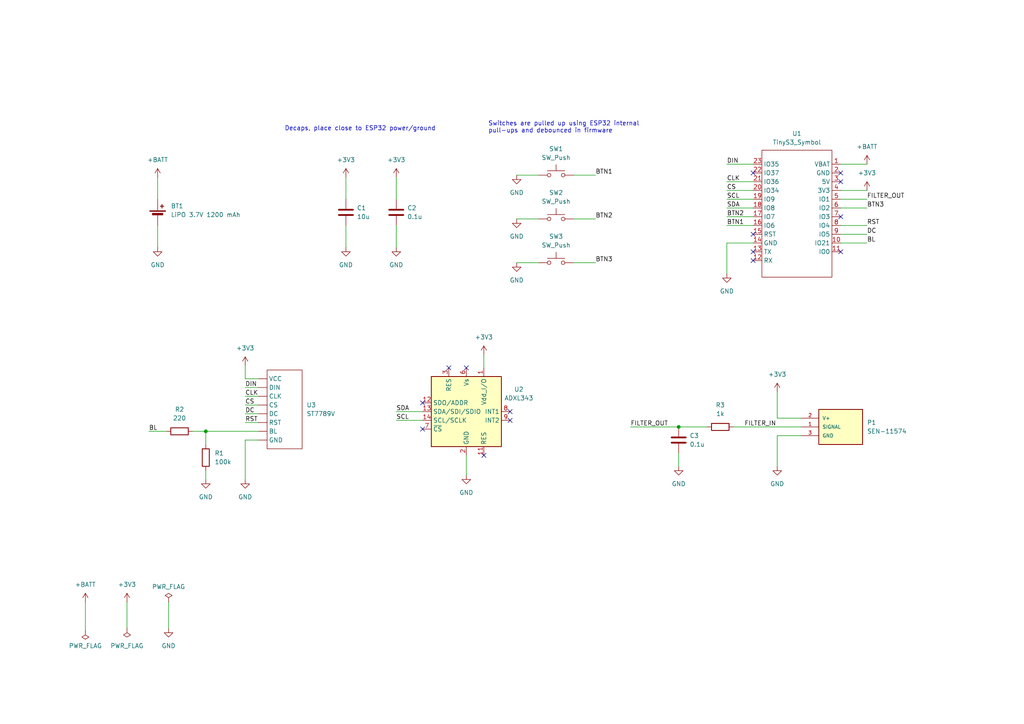
<source format=kicad_sch>
(kicad_sch (version 20230121) (generator eeschema)
  (paper "A4")
  (title_block (title "Commubu") (rev "1") (company "Nicholas Mascioni"))
  (lib_symbols
    (symbol "Device:Battery_Cell" (pin_numbers hide) (pin_names (offset 0) hide)
      (property "Reference" "BT" (at 2.54 2.54 0))
      (property "Value" "Battery_Cell" (at 2.54 0 0))
      (symbol "Battery_Cell_0_1"
        (rectangle (start -2.286 1.778) (end 2.286 1.524) (fill (type outline)))
        (rectangle (start -1.524 1.016) (end 1.524 0.508) (fill (type outline)))
        (polyline (pts (xy 0 0.762) (xy 0 0)))
        (polyline (pts (xy 0 1.778) (xy 0 2.54)))
        (polyline (pts (xy 0.762 3.048) (xy 1.778 3.048)) (stroke (width 0.254)))
        (polyline (pts (xy 1.27 3.556) (xy 1.27 2.54)) (stroke (width 0.254)))
      )
      (symbol "Battery_Cell_1_1"
        (pin passive line (at 0 5.08 270) (length 2.54) (name "+") (number "1"))
        (pin passive line (at 0 -2.54 90) (length 2.54) (name "-") (number "2"))
      )
    )
    (symbol "Device:C" (pin_numbers hide) (pin_names (offset 0.254))
      (property "Reference" "C" (at 0.635 2.54 0))
      (property "Value" "C" (at 0.635 -2.54 0))
      (symbol "C_0_1"
        (polyline (pts (xy -2.032 -0.762) (xy 2.032 -0.762)) (stroke (width 0.508)))
        (polyline (pts (xy -2.032 0.762) (xy 2.032 0.762)) (stroke (width 0.508)))
      )
      (symbol "C_1_1"
        (pin passive line (at 0 3.81 270) (length 2.794) (name "~") (number "1"))
        (pin passive line (at 0 -3.81 90) (length 2.794) (name "~") (number "2"))
      )
    )
    (symbol "Device:R" (pin_numbers hide) (pin_names (offset 0))
      (property "Reference" "R" (at 2.032 0 90))
      (property "Value" "R" (at 0 0 90))
      (symbol "R_0_1"
        (rectangle (start -1.016 -2.54) (end 1.016 2.54) (stroke (width 0.254)))
      )
      (symbol "R_1_1"
        (pin passive line (at 0 3.81 270) (length 1.27) (name "~") (number "1"))
        (pin passive line (at 0 -3.81 90) (length 1.27) (name "~") (number "2"))
      )
    )
    (symbol "SEN-11574:SEN-11574" (pin_names (offset 1.016))
      (property "Reference" "P1" (at 13.97 1.27 0))
      (property "Value" "SEN-11574" (at 13.97 -1.27 0))
      (symbol "SEN-11574_0_0"
        (rectangle (start 0 -5.08) (end 12.7 5.08) (stroke (width 0.254)) (fill (type background)))
        (pin bidirectional line (at -5.08 0 0) (length 5.08) (name "SIGNAL") (number "1"))
        (pin power_in line (at -5.08 2.54 0) (length 5.08) (name "V+") (number "2"))
        (pin power_in line (at -5.08 -2.54 0) (length 5.08) (name "GND") (number "3"))
      )
    )
    (symbol "Sensor_Motion:ADXL343"
      (property "Reference" "U" (at -8.89 11.43 0))
      (property "Value" "ADXL343" (at -7.62 -11.43 0))
      (symbol "ADXL343_0_1"
        (rectangle (start -10.16 10.16) (end 10.16 -10.16) (stroke (width 0.254)) (fill (type background)))
      )
      (symbol "ADXL343_1_1"
        (pin power_in line (at 5.08 12.7 270) (length 2.54) (name "Vdd_I/O") (number "1"))
        (pin no_connect line (at -5.08 -10.16 90) (length 2.54) hide (name "NC") (number "10"))
        (pin passive line (at 5.08 -12.7 90) (length 2.54) (name "RES") (number "11"))
        (pin bidirectional line (at -12.7 2.54 0) (length 2.54) (name "SDO/ADDR") (number "12"))
        (pin bidirectional line (at -12.7 0 0) (length 2.54) (name "SDA/SDI/SDIO") (number "13"))
        (pin input line (at -12.7 -2.54 0) (length 2.54) (name "SCL/SCLK") (number "14"))
        (pin power_in line (at 0 -12.7 90) (length 2.54) (name "GND") (number "2"))
        (pin passive line (at -5.08 12.7 270) (length 2.54) (name "RES") (number "3"))
        (pin passive line (at 0 -12.7 90) (length 2.54) hide (name "GND") (number "4"))
        (pin passive line (at 0 -12.7 90) (length 2.54) hide (name "GND") (number "5"))
        (pin power_in line (at 0 12.7 270) (length 2.54) (name "Vs") (number "6"))
        (pin input line (at -12.7 -5.08 0) (length 2.54) (name "~{CS}") (number "7"))
        (pin output line (at 12.7 0 180) (length 2.54) (name "INT1") (number "8"))
        (pin output line (at 12.7 -2.54 180) (length 2.54) (name "INT2") (number "9"))
      )
    )
    (symbol "Switch:SW_Push" (pin_numbers hide) (pin_names (offset 1.016) hide)
      (property "Reference" "SW" (at 1.27 2.54 0))
      (property "Value" "SW_Push" (at 0 -1.524 0))
      (symbol "SW_Push_0_1"
        (circle (center -2.032 0) (radius 0.508))
        (polyline (pts (xy 0 1.27) (xy 0 3.048)))
        (polyline (pts (xy 2.54 1.27) (xy -2.54 1.27)))
        (circle (center 2.032 0) (radius 0.508))
        (pin passive line (at -5.08 0 0) (length 2.54) (name "1") (number "1"))
        (pin passive line (at 5.08 0 180) (length 2.54) (name "2") (number "2"))
      )
    )
    (symbol "TinyS3:TinyS3_Symbol"
      (property "Reference" "U" (at -0.508 -20.32 0))
      (property "Value" "TinyS3_Symbol" (at -0.508 21.844 0))
      (symbol "TinyS3_Symbol_0_1"
        (rectangle (start -10.16 19.304) (end 10.16 -17.526) (stroke (width 0.1524)))
      )
      (symbol "TinyS3_Symbol_1_1"
        (pin power_in line (at 12.7 15.24 180) (length 2.54) (name "VBAT") (number "1"))
        (pin bidirectional line (at 12.7 -7.62 180) (length 2.54) (name "IO21") (number "10"))
        (pin bidirectional line (at 12.7 -10.16 180) (length 2.54) (name "IO0") (number "11"))
        (pin bidirectional line (at -12.7 -12.7 0) (length 2.54) (name "RX") (number "12"))
        (pin bidirectional line (at -12.7 -10.16 0) (length 2.54) (name "TX") (number "13"))
        (pin power_in line (at -12.7 -7.62 0) (length 2.54) (name "GND") (number "14"))
        (pin input line (at -12.7 -5.08 0) (length 2.54) (name "RST") (number "15"))
        (pin bidirectional line (at -12.7 -2.54 0) (length 2.54) (name "IO6") (number "16"))
        (pin bidirectional line (at -12.7 0 0) (length 2.54) (name "IO7") (number "17"))
        (pin bidirectional line (at -12.7 2.54 0) (length 2.54) (name "IO8") (number "18"))
        (pin bidirectional line (at -12.7 5.08 0) (length 2.54) (name "IO9") (number "19"))
        (pin power_in line (at 12.7 12.7 180) (length 2.54) (name "GND") (number "2"))
        (pin bidirectional line (at -12.7 7.62 0) (length 2.54) (name "IO34") (number "20"))
        (pin bidirectional line (at -12.7 10.16 0) (length 2.54) (name "IO36") (number "21"))
        (pin bidirectional line (at -12.7 12.7 0) (length 2.54) (name "IO37") (number "22"))
        (pin bidirectional line (at -12.7 15.24 0) (length 2.54) (name "IO35") (number "23"))
        (pin power_in line (at 12.7 10.16 180) (length 2.54) (name "5V") (number "3"))
        (pin power_in line (at 12.7 7.62 180) (length 2.54) (name "3V3") (number "4"))
        (pin bidirectional line (at 12.7 5.08 180) (length 2.54) (name "IO1") (number "5"))
        (pin bidirectional line (at 12.7 2.54 180) (length 2.54) (name "IO2") (number "6"))
        (pin bidirectional line (at 12.7 0 180) (length 2.54) (name "IO3") (number "7"))
        (pin bidirectional line (at 12.7 -2.54 180) (length 2.54) (name "IO4") (number "8"))
        (pin bidirectional line (at 12.7 -5.08 180) (length 2.54) (name "IO5") (number "9"))
      )
    )
    (symbol "custom:ST7789V"
      (property "Reference" "U" (at 5.08 3.81 0))
      (property "Value" "ST7789V" (at 5.08 1.27 0))
      (symbol "ST7789V_0_1"
        (rectangle (start 0 0) (end 10.16 -22.86))
      )
      (symbol "ST7789V_1_1"
        (pin input line (at -2.54 -17.78 0) (length 2.54) (name "BL") (number ""))
        (pin input line (at -2.54 -7.62 0) (length 2.54) (name "CLK") (number ""))
        (pin input line (at -2.54 -10.16 0) (length 2.54) (name "CS") (number ""))
        (pin input line (at -2.54 -12.7 0) (length 2.54) (name "DC") (number ""))
        (pin input line (at -2.54 -5.08 0) (length 2.54) (name "DIN") (number ""))
        (pin power_in line (at -2.54 -20.32 0) (length 2.54) (name "GND") (number ""))
        (pin input line (at -2.54 -15.24 0) (length 2.54) (name "RST") (number ""))
        (pin power_in line (at -2.54 -2.54 0) (length 2.54) (name "VCC") (number ""))
      )
    )
    (symbol "power:+3V3" (power) (pin_names (offset 0))
      (property "Value" "+3V3" (at 0 3.556 0))
      (symbol "+3V3_0_1"
        (polyline (pts (xy -0.762 1.27) (xy 0 2.54)))
        (polyline (pts (xy 0 0) (xy 0 2.54)))
        (polyline (pts (xy 0 2.54) (xy 0.762 1.27)))
      )
      (symbol "+3V3_1_1"
        (pin power_in line (at 0 0 90) (length 0) hide (name "+3V3") (number "1"))
      )
    )
    (symbol "power:+BATT" (power) (pin_names (offset 0))
      (property "Value" "+BATT" (at 0 3.556 0))
      (symbol "+BATT_0_1"
        (polyline (pts (xy -0.762 1.27) (xy 0 2.54)))
        (polyline (pts (xy 0 0) (xy 0 2.54)))
        (polyline (pts (xy 0 2.54) (xy 0.762 1.27)))
      )
      (symbol "+BATT_1_1"
        (pin power_in line (at 0 0 90) (length 0) hide (name "+BATT") (number "1"))
      )
    )
    (symbol "power:GND" (power) (pin_names (offset 0))
      (property "Value" "GND" (at 0 -3.81 0))
      (symbol "GND_0_1"
        (polyline (pts (xy 0 0) (xy 0 -1.27) (xy 1.27 -1.27) (xy 0 -2.54) (xy -1.27 -1.27) (xy 0 -1.27)))
      )
      (symbol "GND_1_1"
        (pin power_in line (at 0 0 270) (length 0) hide (name "GND") (number "1"))
      )
    )
    (symbol "power:PWR_FLAG" (power) (pin_numbers hide) (pin_names (offset 0) hide)
      (property "Value" "PWR_FLAG" (at 0 3.81 0))
      (symbol "PWR_FLAG_0_0"
        (pin power_out line (at 0 0 90) (length 0) (name "pwr") (number "1"))
      )
      (symbol "PWR_FLAG_0_1"
        (polyline (pts (xy 0 0) (xy 0 1.27) (xy -1.016 1.905) (xy 0 2.54) (xy 1.016 1.905) (xy 0 1.27)))
      )
    )
  )
  (junction (at 59.69 125.095))
  (junction (at 196.85 123.825))
  (no_connect (at 243.84 62.865))
  (no_connect (at 122.555 124.46))
  (no_connect (at 140.335 132.08))
  (no_connect (at 243.84 50.165))
  (no_connect (at 218.44 67.945))
  (no_connect (at 218.44 75.565))
  (no_connect (at 243.84 73.025))
  (no_connect (at 243.84 52.705))
  (no_connect (at 135.255 106.68))
  (no_connect (at 122.555 116.84))
  (no_connect (at 130.175 106.68))
  (no_connect (at 218.44 73.025))
  (no_connect (at 147.955 119.38))
  (no_connect (at 147.955 121.92))
  (no_connect (at 218.44 50.165))
  (wire (pts (xy 71.12 117.475) (xy 74.93 117.475)))
  (wire (pts (xy 210.82 70.485) (xy 218.44 70.485)))
  (wire (pts (xy 225.425 126.365) (xy 225.425 135.255)))
  (wire (pts (xy 225.425 121.285) (xy 232.41 121.285)))
  (wire (pts (xy 210.82 70.485) (xy 210.82 79.375)))
  (wire (pts (xy 71.12 112.395) (xy 74.93 112.395)))
  (wire (pts (xy 210.82 62.865) (xy 218.44 62.865)))
  (wire (pts (xy 243.84 60.325) (xy 251.46 60.325)))
  (wire (pts (xy 210.82 47.625) (xy 218.44 47.625)))
  (wire (pts (xy 243.84 67.945) (xy 251.46 67.945)))
  (wire (pts (xy 71.12 109.855) (xy 74.93 109.855)))
  (wire (pts (xy 210.82 65.405) (xy 218.44 65.405)))
  (wire (pts (xy 166.37 63.5) (xy 172.72 63.5)))
  (wire (pts (xy 74.93 125.095) (xy 59.69 125.095)))
  (wire (pts (xy 196.85 123.825) (xy 205.105 123.825)))
  (wire (pts (xy 149.86 76.2) (xy 156.21 76.2)))
  (wire (pts (xy 210.82 52.705) (xy 218.44 52.705)))
  (wire (pts (xy 166.37 50.8) (xy 172.72 50.8)))
  (wire (pts (xy 114.935 65.405) (xy 114.935 71.755)))
  (wire (pts (xy 71.12 120.015) (xy 74.93 120.015)))
  (wire (pts (xy 100.33 51.435) (xy 100.33 57.785)))
  (wire (pts (xy 196.85 131.445) (xy 196.85 135.255)))
  (wire (pts (xy 45.72 65.405) (xy 45.72 71.755)))
  (wire (pts (xy 59.69 128.905) (xy 59.69 125.095)))
  (wire (pts (xy 59.69 136.525) (xy 59.69 139.065)))
  (wire (pts (xy 140.335 102.87) (xy 140.335 106.68)))
  (wire (pts (xy 182.88 123.825) (xy 196.85 123.825)))
  (wire (pts (xy 210.82 55.245) (xy 218.44 55.245)))
  (wire (pts (xy 43.18 125.095) (xy 48.26 125.095)))
  (wire (pts (xy 71.12 127.635) (xy 71.12 139.065)))
  (wire (pts (xy 55.88 125.095) (xy 59.69 125.095)))
  (wire (pts (xy 232.41 126.365) (xy 225.425 126.365)))
  (wire (pts (xy 36.83 174.625) (xy 36.83 182.245)))
  (wire (pts (xy 210.82 57.785) (xy 218.44 57.785)))
  (wire (pts (xy 243.84 57.785) (xy 251.46 57.785)))
  (wire (pts (xy 149.86 50.8) (xy 156.21 50.8)))
  (wire (pts (xy 71.12 122.555) (xy 74.93 122.555)))
  (wire (pts (xy 100.33 65.405) (xy 100.33 71.755)))
  (wire (pts (xy 71.12 127.635) (xy 74.93 127.635)))
  (wire (pts (xy 243.84 65.405) (xy 251.46 65.405)))
  (wire (pts (xy 71.12 106.045) (xy 71.12 109.855)))
  (wire (pts (xy 24.765 174.625) (xy 24.765 182.88)))
  (wire (pts (xy 114.935 51.435) (xy 114.935 57.785)))
  (wire (pts (xy 225.425 113.665) (xy 225.425 121.285)))
  (wire (pts (xy 114.935 121.92) (xy 122.555 121.92)))
  (wire (pts (xy 243.84 70.485) (xy 251.46 70.485)))
  (wire (pts (xy 135.255 132.08) (xy 135.255 137.795)))
  (wire (pts (xy 114.935 119.38) (xy 122.555 119.38)))
  (wire (pts (xy 48.895 174.625) (xy 48.895 182.245)))
  (wire (pts (xy 166.37 76.2) (xy 172.72 76.2)))
  (wire (pts (xy 210.82 60.325) (xy 218.44 60.325)))
  (wire (pts (xy 45.72 51.435) (xy 45.72 57.785)))
  (wire (pts (xy 149.86 63.5) (xy 156.21 63.5)))
  (wire (pts (xy 243.84 47.625) (xy 251.46 47.625)))
  (wire (pts (xy 212.725 123.825) (xy 232.41 123.825)))
  (wire (pts (xy 243.84 55.245) (xy 251.46 55.245)))
  (wire (pts (xy 71.12 114.935) (xy 74.93 114.935)))
  (text "Decaps, place close to ESP32 power/ground" (at 82.55 38.1 0) (effects (font (size 1.27 1.27)) (justify left bottom)))
  (text "Switches are pulled up using ESP32 internal \npull-ups and debounced in firmware" (at 141.605 38.735 0) (effects (font (size 1.27 1.27)) (justify left bottom)))
  (label "BTN1" (at 172.72 50.8 0))
  (label "CS" (at 71.12 117.475 0))
  (label "FILTER_OUT" (at 251.46 57.785 0))
  (label "CLK" (at 210.82 52.705 0))
  (label "BL" (at 251.46 70.485 0))
  (label "SCL" (at 114.935 121.92 0))
  (label "SDA" (at 210.82 60.325 0))
  (label "BTN2" (at 172.72 63.5 0))
  (label "BTN1" (at 210.82 65.405 0))
  (label "DIN" (at 210.82 47.625 0))
  (label "RST" (at 71.12 122.555 0))
  (label "DC" (at 71.12 120.015 0))
  (label "BTN3" (at 251.46 60.325 0))
  (label "SCL" (at 210.82 57.785 0))
  (label "BTN2" (at 210.82 62.865 0))
  (label "SDA" (at 114.935 119.38 0))
  (label "DIN" (at 71.12 112.395 0))
  (label "DC" (at 251.46 67.945 0))
  (label "BTN3" (at 172.72 76.2 0))
  (label "FILTER_IN" (at 215.9 123.825 0))
  (label "BL" (at 43.18 125.095 0))
  (label "CLK" (at 71.12 114.935 0))
  (label "RST" (at 251.46 65.405 0))
  (label "CS" (at 210.82 55.245 0))
  (label "FILTER_OUT" (at 182.88 123.825 0))
  (symbol (lib_id "Device:Battery_Cell") (at 45.72 62.865 0) (unit 1)
    (property "Reference" "BT1" (at 49.53 59.7535 0) (effects (justify left)))
    (property "Value" "LiPO 3.7V 1200 mAh " (at 49.53 62.2935 0) (effects (justify left)))
  )
  (symbol (lib_id "power:GND") (at 45.72 71.755 0) (unit 1)
    (property "Reference" "#PWR02" (effects hide))
    (property "Value" "GND" (at 45.72 76.835 0))
  )
  (symbol (lib_id "power:GND") (at 71.12 139.065 0) (unit 1)
    (property "Reference" "#PWR07" (effects hide))
    (property "Value" "GND" (at 71.12 144.145 0))
  )
  (symbol (lib_id "Device:R") (at 59.69 132.715 0) (unit 1)
    (property "Reference" "R1" (at 62.23 131.445 0) (effects (justify left)))
    (property "Value" "100k" (at 62.23 133.985 0) (effects (justify left)))
  )
  (symbol (lib_id "power:GND") (at 135.255 137.795 0) (unit 1)
    (property "Reference" "#PWR017" (effects hide))
    (property "Value" "GND" (at 135.255 142.875 0))
  )
  (symbol (lib_id "Device:C") (at 196.85 127.635 0) (unit 1)
    (property "Reference" "C3" (at 200.025 126.365 0) (effects (justify left)))
    (property "Value" "0.1u" (at 200.025 128.905 0) (effects (justify left)))
  )
  (symbol (lib_id "power:GND") (at 149.86 76.2 0) (unit 1)
    (property "Reference" "#PWR011" (effects hide))
    (property "Value" "GND" (at 149.86 81.28 0))
  )
  (symbol (lib_id "power:PWR_FLAG") (at 36.83 182.245 180) (unit 1)
    (property "Reference" "#FLG02" (effects hide))
    (property "Value" "PWR_FLAG" (at 36.83 187.325 0))
  )
  (symbol (lib_id "power:GND") (at 210.82 79.375 0) (unit 1)
    (property "Reference" "#PWR08" (effects hide))
    (property "Value" "GND" (at 210.82 84.455 0))
  )
  (symbol (lib_id "Switch:SW_Push") (at 161.29 63.5 0) (unit 1)
    (property "Reference" "SW2" (at 161.29 55.88 0))
    (property "Value" "SW_Push" (at 161.29 58.42 0))
  )
  (symbol (lib_id "power:+BATT") (at 24.765 174.625 0) (unit 1)
    (property "Reference" "#PWR021" (effects hide))
    (property "Value" "+BATT" (at 24.765 169.545 0))
  )
  (symbol (lib_id "Switch:SW_Push") (at 161.29 50.8 0) (unit 1)
    (property "Reference" "SW1" (at 161.29 43.18 0))
    (property "Value" "SW_Push" (at 161.29 45.72 0))
  )
  (symbol (lib_id "power:GND") (at 59.69 139.065 0) (unit 1)
    (property "Reference" "#PWR04" (effects hide))
    (property "Value" "GND" (at 59.69 144.145 0))
  )
  (symbol (lib_id "power:+3V3") (at 114.935 51.435 0) (unit 1)
    (property "Reference" "#PWR013" (effects hide))
    (property "Value" "+3V3" (at 114.935 46.355 0))
  )
  (symbol (lib_id "power:+3V3") (at 71.12 106.045 0) (unit 1)
    (property "Reference" "#PWR06" (effects hide))
    (property "Value" "+3V3" (at 71.12 100.965 0))
  )
  (symbol (lib_id "TinyS3:TinyS3_Symbol") (at 231.14 62.865 0) (unit 1)
    (property "Reference" "U1" (at 231.14 38.735 0))
    (property "Value" "TinyS3_Symbol" (at 231.14 41.275 0))
  )
  (symbol (lib_id "power:+3V3") (at 100.33 51.435 0) (unit 1)
    (property "Reference" "#PWR012" (effects hide))
    (property "Value" "+3V3" (at 100.33 46.355 0))
  )
  (symbol (lib_id "custom:ST7789V") (at 77.47 107.315 0) (unit 1)
    (property "Reference" "U3" (at 88.9 117.475 0) (effects (justify left)))
    (property "Value" "ST7789V" (at 88.9 120.015 0) (effects (justify left)))
  )
  (symbol (lib_id "power:GND") (at 48.895 182.245 0) (unit 1)
    (property "Reference" "#PWR023" (effects hide))
    (property "Value" "GND" (at 48.895 187.325 0))
  )
  (symbol (lib_id "power:+BATT") (at 251.46 47.625 0) (unit 1)
    (property "Reference" "#PWR03" (effects hide))
    (property "Value" "+BATT" (at 251.46 42.545 0))
  )
  (symbol (lib_id "power:GND") (at 149.86 63.5 0) (unit 1)
    (property "Reference" "#PWR010" (effects hide))
    (property "Value" "GND" (at 149.86 68.58 0))
  )
  (symbol (lib_id "Sensor_Motion:ADXL343") (at 135.255 119.38 0) (unit 1)
    (property "Reference" "U2" (at 150.495 112.9283 0))
    (property "Value" "ADXL343" (at 150.495 115.4683 0))
    (property "Footprint" "Package_LGA:LGA-14_3x5mm_P0.8mm_LayoutBorder1x6y" (effects hide))
    (property "Datasheet" "https://www.analog.com/media/en/technical-documentation/data-sheets/ADXL343.pdf" (effects hide))
  )
  (symbol (lib_id "power:GND") (at 196.85 135.255 0) (unit 1)
    (property "Reference" "#PWR020" (effects hide))
    (property "Value" "GND" (at 196.85 140.335 0))
  )
  (symbol (lib_id "power:+3V3") (at 251.46 55.245 0) (unit 1)
    (property "Reference" "#PWR05" (effects hide))
    (property "Value" "+3V3" (at 251.46 50.165 0))
  )
  (symbol (lib_id "Device:C") (at 114.935 61.595 0) (unit 1)
    (property "Reference" "C2" (at 118.11 60.325 0) (effects (justify left)))
    (property "Value" "0.1u" (at 118.11 62.865 0) (effects (justify left)))
  )
  (symbol (lib_id "power:PWR_FLAG") (at 24.765 182.88 180) (unit 1)
    (property "Reference" "#FLG03" (effects hide))
    (property "Value" "PWR_FLAG" (at 24.765 187.325 0))
  )
  (symbol (lib_id "Device:R") (at 208.915 123.825 90) (unit 1)
    (property "Reference" "R3" (at 208.915 117.475 90))
    (property "Value" "1k" (at 208.915 120.015 90))
  )
  (symbol (lib_id "Device:C") (at 100.33 61.595 0) (unit 1)
    (property "Reference" "C1" (at 103.505 60.325 0) (effects (justify left)))
    (property "Value" "10u" (at 103.505 62.865 0) (effects (justify left)))
  )
  (symbol (lib_id "Switch:SW_Push") (at 161.29 76.2 0) (unit 1)
    (property "Reference" "SW3" (at 161.29 68.58 0))
    (property "Value" "SW_Push" (at 161.29 71.12 0))
  )
  (symbol (lib_id "power:GND") (at 149.86 50.8 0) (unit 1)
    (property "Reference" "#PWR09" (effects hide))
    (property "Value" "GND" (at 149.86 55.88 0))
  )
  (symbol (lib_id "power:GND") (at 100.33 71.755 0) (unit 1)
    (property "Reference" "#PWR014" (effects hide))
    (property "Value" "GND" (at 100.33 76.835 0))
  )
  (symbol (lib_id "power:PWR_FLAG") (at 48.895 174.625 0) (unit 1)
    (property "Reference" "#FLG01" (effects hide))
    (property "Value" "PWR_FLAG" (at 48.895 170.18 0))
  )
  (symbol (lib_id "power:+3V3") (at 36.83 174.625 0) (unit 1)
    (property "Reference" "#PWR022" (effects hide))
    (property "Value" "+3V3" (at 36.83 169.545 0))
  )
  (symbol (lib_id "SEN-11574:SEN-11574") (at 237.49 123.825 0) (unit 1)
    (property "Reference" "P1" (at 251.46 122.555 0) (effects (justify left)))
    (property "Value" "SEN-11574" (at 251.46 125.095 0) (effects (justify left)))
    (property "Footprint" "SEN-11574:XDCR_SEN-11574" (effects hide))
    (property "MF" "SparkFun" (effects hide))
    (property "Description" "\n                        \n                            PULSE SENSOR FOR ARDUINO\n                        \n" (effects hide))
    (property "Package" "None" (effects hide))
    (property "Price" "None" (effects hide))
    (property "Check_prices" "https://www.snapeda.com/parts/SEN-11574/SparkFun/view-part/?ref=eda" (effects hide))
    (property "SnapEDA_Link" "https://www.snapeda.com/parts/SEN-11574/SparkFun/view-part/?ref=snap" (effects hide))
    (property "MP" "SEN-11574" (effects hide))
    (property "Availability" "In Stock" (effects hide))
    (property "MANUFACTURER" "Sparkfun Electronics" (effects hide))
  )
  (symbol (lib_id "power:+BATT") (at 45.72 51.435 0) (unit 1)
    (property "Reference" "#PWR01" (effects hide))
    (property "Value" "+BATT" (at 45.72 46.355 0))
  )
  (symbol (lib_id "Device:R") (at 52.07 125.095 90) (unit 1)
    (property "Reference" "R2" (at 52.07 118.745 90))
    (property "Value" "220" (at 52.07 121.285 90))
  )
  (symbol (lib_id "power:GND") (at 114.935 71.755 0) (unit 1)
    (property "Reference" "#PWR015" (effects hide))
    (property "Value" "GND" (at 114.935 76.835 0))
  )
  (symbol (lib_id "power:+3V3") (at 225.425 113.665 0) (unit 1)
    (property "Reference" "#PWR018" (effects hide))
    (property "Value" "+3V3" (at 225.425 108.585 0))
  )
  (symbol (lib_id "power:+3V3") (at 140.335 102.87 0) (unit 1)
    (property "Reference" "#PWR016" (effects hide))
    (property "Value" "+3V3" (at 140.335 97.79 0))
  )
  (symbol (lib_id "power:GND") (at 225.425 135.255 0) (unit 1)
    (property "Reference" "#PWR019" (effects hide))
    (property "Value" "GND" (at 225.425 140.335 0))
  )
)
</source>
